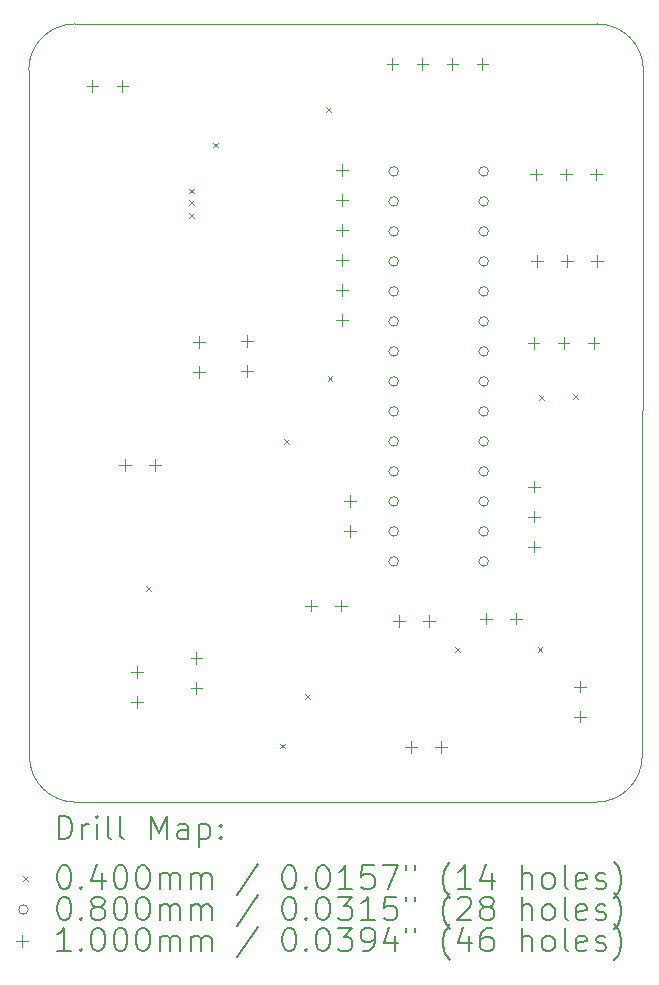
<source format=gbr>
%TF.GenerationSoftware,KiCad,Pcbnew,(6.0.7-1)-1*%
%TF.CreationDate,2023-03-08T09:28:38-05:00*%
%TF.ProjectId,pcb,7063622e-6b69-4636-9164-5f7063625858,rev?*%
%TF.SameCoordinates,Original*%
%TF.FileFunction,Drillmap*%
%TF.FilePolarity,Positive*%
%FSLAX45Y45*%
G04 Gerber Fmt 4.5, Leading zero omitted, Abs format (unit mm)*
G04 Created by KiCad (PCBNEW (6.0.7-1)-1) date 2023-03-08 09:28:38*
%MOMM*%
%LPD*%
G01*
G04 APERTURE LIST*
%ADD10C,0.100000*%
%ADD11C,0.200000*%
%ADD12C,0.040000*%
%ADD13C,0.080000*%
G04 APERTURE END LIST*
D10*
X10890000Y-7505770D02*
G75*
G03*
X10500000Y-7895772I0J-390000D01*
G01*
X10505772Y-13704228D02*
G75*
G03*
X10895772Y-14094228I389998J-2D01*
G01*
X15704228Y-7895772D02*
X15694228Y-13704228D01*
X10505772Y-13704228D02*
X10500000Y-7895772D01*
X10890000Y-7505772D02*
X15314228Y-7505772D01*
X15704228Y-7895772D02*
G75*
G03*
X15314228Y-7505772I-389998J2D01*
G01*
X15304228Y-14094228D02*
X10895772Y-14094228D01*
X15304228Y-14094228D02*
G75*
G03*
X15694228Y-13704228I2J389998D01*
G01*
D11*
D12*
X11493500Y-12266500D02*
X11533500Y-12306500D01*
X11533500Y-12266500D02*
X11493500Y-12306500D01*
X11860000Y-8900000D02*
X11900000Y-8940000D01*
X11900000Y-8900000D02*
X11860000Y-8940000D01*
X11860000Y-9000000D02*
X11900000Y-9040000D01*
X11900000Y-9000000D02*
X11860000Y-9040000D01*
X11860000Y-9110000D02*
X11900000Y-9150000D01*
X11900000Y-9110000D02*
X11860000Y-9150000D01*
X12060000Y-8510000D02*
X12100000Y-8550000D01*
X12100000Y-8510000D02*
X12060000Y-8550000D01*
X12627500Y-13600000D02*
X12667500Y-13640000D01*
X12667500Y-13600000D02*
X12627500Y-13640000D01*
X12660000Y-11020000D02*
X12700000Y-11060000D01*
X12700000Y-11020000D02*
X12660000Y-11060000D01*
X12837500Y-13180000D02*
X12877500Y-13220000D01*
X12877500Y-13180000D02*
X12837500Y-13220000D01*
X13020000Y-8210000D02*
X13060000Y-8250000D01*
X13060000Y-8210000D02*
X13020000Y-8250000D01*
X13030000Y-10490000D02*
X13070000Y-10530000D01*
X13070000Y-10490000D02*
X13030000Y-10530000D01*
X14110000Y-12780000D02*
X14150000Y-12820000D01*
X14150000Y-12780000D02*
X14110000Y-12820000D01*
X14810000Y-12780000D02*
X14850000Y-12820000D01*
X14850000Y-12780000D02*
X14810000Y-12820000D01*
X14820000Y-10650000D02*
X14860000Y-10690000D01*
X14860000Y-10650000D02*
X14820000Y-10690000D01*
X15110000Y-10640000D02*
X15150000Y-10680000D01*
X15150000Y-10640000D02*
X15110000Y-10680000D01*
D13*
X13630000Y-8754000D02*
G75*
G03*
X13630000Y-8754000I-40000J0D01*
G01*
X13630000Y-9008000D02*
G75*
G03*
X13630000Y-9008000I-40000J0D01*
G01*
X13630000Y-9262000D02*
G75*
G03*
X13630000Y-9262000I-40000J0D01*
G01*
X13630000Y-9516000D02*
G75*
G03*
X13630000Y-9516000I-40000J0D01*
G01*
X13630000Y-9770000D02*
G75*
G03*
X13630000Y-9770000I-40000J0D01*
G01*
X13630000Y-10024000D02*
G75*
G03*
X13630000Y-10024000I-40000J0D01*
G01*
X13630000Y-10278000D02*
G75*
G03*
X13630000Y-10278000I-40000J0D01*
G01*
X13630000Y-10532000D02*
G75*
G03*
X13630000Y-10532000I-40000J0D01*
G01*
X13630000Y-10786000D02*
G75*
G03*
X13630000Y-10786000I-40000J0D01*
G01*
X13630000Y-11040000D02*
G75*
G03*
X13630000Y-11040000I-40000J0D01*
G01*
X13630000Y-11294000D02*
G75*
G03*
X13630000Y-11294000I-40000J0D01*
G01*
X13630000Y-11548000D02*
G75*
G03*
X13630000Y-11548000I-40000J0D01*
G01*
X13630000Y-11802000D02*
G75*
G03*
X13630000Y-11802000I-40000J0D01*
G01*
X13630000Y-12056000D02*
G75*
G03*
X13630000Y-12056000I-40000J0D01*
G01*
X14392000Y-8754000D02*
G75*
G03*
X14392000Y-8754000I-40000J0D01*
G01*
X14392000Y-9008000D02*
G75*
G03*
X14392000Y-9008000I-40000J0D01*
G01*
X14392000Y-9262000D02*
G75*
G03*
X14392000Y-9262000I-40000J0D01*
G01*
X14392000Y-9516000D02*
G75*
G03*
X14392000Y-9516000I-40000J0D01*
G01*
X14392000Y-9770000D02*
G75*
G03*
X14392000Y-9770000I-40000J0D01*
G01*
X14392000Y-10024000D02*
G75*
G03*
X14392000Y-10024000I-40000J0D01*
G01*
X14392000Y-10278000D02*
G75*
G03*
X14392000Y-10278000I-40000J0D01*
G01*
X14392000Y-10532000D02*
G75*
G03*
X14392000Y-10532000I-40000J0D01*
G01*
X14392000Y-10786000D02*
G75*
G03*
X14392000Y-10786000I-40000J0D01*
G01*
X14392000Y-11040000D02*
G75*
G03*
X14392000Y-11040000I-40000J0D01*
G01*
X14392000Y-11294000D02*
G75*
G03*
X14392000Y-11294000I-40000J0D01*
G01*
X14392000Y-11548000D02*
G75*
G03*
X14392000Y-11548000I-40000J0D01*
G01*
X14392000Y-11802000D02*
G75*
G03*
X14392000Y-11802000I-40000J0D01*
G01*
X14392000Y-12056000D02*
G75*
G03*
X14392000Y-12056000I-40000J0D01*
G01*
D10*
X11040000Y-7980000D02*
X11040000Y-8080000D01*
X10990000Y-8030000D02*
X11090000Y-8030000D01*
X11294000Y-7980000D02*
X11294000Y-8080000D01*
X11244000Y-8030000D02*
X11344000Y-8030000D01*
X11312500Y-11190000D02*
X11312500Y-11290000D01*
X11262500Y-11240000D02*
X11362500Y-11240000D01*
X11420000Y-12942500D02*
X11420000Y-13042500D01*
X11370000Y-12992500D02*
X11470000Y-12992500D01*
X11420000Y-13196500D02*
X11420000Y-13296500D01*
X11370000Y-13246500D02*
X11470000Y-13246500D01*
X11566500Y-11190000D02*
X11566500Y-11290000D01*
X11516500Y-11240000D02*
X11616500Y-11240000D01*
X11920000Y-12822500D02*
X11920000Y-12922500D01*
X11870000Y-12872500D02*
X11970000Y-12872500D01*
X11920000Y-13076500D02*
X11920000Y-13176500D01*
X11870000Y-13126500D02*
X11970000Y-13126500D01*
X11940000Y-10150000D02*
X11940000Y-10250000D01*
X11890000Y-10200000D02*
X11990000Y-10200000D01*
X11940000Y-10404000D02*
X11940000Y-10504000D01*
X11890000Y-10454000D02*
X11990000Y-10454000D01*
X12350000Y-10140000D02*
X12350000Y-10240000D01*
X12300000Y-10190000D02*
X12400000Y-10190000D01*
X12350000Y-10394000D02*
X12350000Y-10494000D01*
X12300000Y-10444000D02*
X12400000Y-10444000D01*
X12890000Y-12380000D02*
X12890000Y-12480000D01*
X12840000Y-12430000D02*
X12940000Y-12430000D01*
X13144000Y-12380000D02*
X13144000Y-12480000D01*
X13094000Y-12430000D02*
X13194000Y-12430000D01*
X13150000Y-8695000D02*
X13150000Y-8795000D01*
X13100000Y-8745000D02*
X13200000Y-8745000D01*
X13150000Y-8949000D02*
X13150000Y-9049000D01*
X13100000Y-8999000D02*
X13200000Y-8999000D01*
X13150000Y-9203000D02*
X13150000Y-9303000D01*
X13100000Y-9253000D02*
X13200000Y-9253000D01*
X13150000Y-9457000D02*
X13150000Y-9557000D01*
X13100000Y-9507000D02*
X13200000Y-9507000D01*
X13150000Y-9711000D02*
X13150000Y-9811000D01*
X13100000Y-9761000D02*
X13200000Y-9761000D01*
X13150000Y-9965000D02*
X13150000Y-10065000D01*
X13100000Y-10015000D02*
X13200000Y-10015000D01*
X13220000Y-11496000D02*
X13220000Y-11596000D01*
X13170000Y-11546000D02*
X13270000Y-11546000D01*
X13220000Y-11750000D02*
X13220000Y-11850000D01*
X13170000Y-11800000D02*
X13270000Y-11800000D01*
X13580000Y-7797500D02*
X13580000Y-7897500D01*
X13530000Y-7847500D02*
X13630000Y-7847500D01*
X13633500Y-12510000D02*
X13633500Y-12610000D01*
X13583500Y-12560000D02*
X13683500Y-12560000D01*
X13740000Y-13580000D02*
X13740000Y-13680000D01*
X13690000Y-13630000D02*
X13790000Y-13630000D01*
X13834000Y-7797500D02*
X13834000Y-7897500D01*
X13784000Y-7847500D02*
X13884000Y-7847500D01*
X13887500Y-12510000D02*
X13887500Y-12610000D01*
X13837500Y-12560000D02*
X13937500Y-12560000D01*
X13994000Y-13580000D02*
X13994000Y-13680000D01*
X13944000Y-13630000D02*
X14044000Y-13630000D01*
X14088000Y-7797500D02*
X14088000Y-7897500D01*
X14038000Y-7847500D02*
X14138000Y-7847500D01*
X14342000Y-7797500D02*
X14342000Y-7897500D01*
X14292000Y-7847500D02*
X14392000Y-7847500D01*
X14373500Y-12490000D02*
X14373500Y-12590000D01*
X14323500Y-12540000D02*
X14423500Y-12540000D01*
X14627500Y-12490000D02*
X14627500Y-12590000D01*
X14577500Y-12540000D02*
X14677500Y-12540000D01*
X14774500Y-10160000D02*
X14774500Y-10260000D01*
X14724500Y-10210000D02*
X14824500Y-10210000D01*
X14780000Y-11372000D02*
X14780000Y-11472000D01*
X14730000Y-11422000D02*
X14830000Y-11422000D01*
X14780000Y-11626000D02*
X14780000Y-11726000D01*
X14730000Y-11676000D02*
X14830000Y-11676000D01*
X14780000Y-11880000D02*
X14780000Y-11980000D01*
X14730000Y-11930000D02*
X14830000Y-11930000D01*
X14792000Y-8730000D02*
X14792000Y-8830000D01*
X14742000Y-8780000D02*
X14842000Y-8780000D01*
X14804500Y-9460000D02*
X14804500Y-9560000D01*
X14754500Y-9510000D02*
X14854500Y-9510000D01*
X15028500Y-10160000D02*
X15028500Y-10260000D01*
X14978500Y-10210000D02*
X15078500Y-10210000D01*
X15046000Y-8730000D02*
X15046000Y-8830000D01*
X14996000Y-8780000D02*
X15096000Y-8780000D01*
X15058500Y-9460000D02*
X15058500Y-9560000D01*
X15008500Y-9510000D02*
X15108500Y-9510000D01*
X15170000Y-13066000D02*
X15170000Y-13166000D01*
X15120000Y-13116000D02*
X15220000Y-13116000D01*
X15170000Y-13320000D02*
X15170000Y-13420000D01*
X15120000Y-13370000D02*
X15220000Y-13370000D01*
X15282500Y-10160000D02*
X15282500Y-10260000D01*
X15232500Y-10210000D02*
X15332500Y-10210000D01*
X15300000Y-8730000D02*
X15300000Y-8830000D01*
X15250000Y-8780000D02*
X15350000Y-8780000D01*
X15312500Y-9460000D02*
X15312500Y-9560000D01*
X15262500Y-9510000D02*
X15362500Y-9510000D01*
D11*
X10752619Y-14409704D02*
X10752619Y-14209704D01*
X10800238Y-14209704D01*
X10828810Y-14219228D01*
X10847857Y-14238276D01*
X10857381Y-14257324D01*
X10866905Y-14295419D01*
X10866905Y-14323990D01*
X10857381Y-14362085D01*
X10847857Y-14381133D01*
X10828810Y-14400181D01*
X10800238Y-14409704D01*
X10752619Y-14409704D01*
X10952619Y-14409704D02*
X10952619Y-14276371D01*
X10952619Y-14314466D02*
X10962143Y-14295419D01*
X10971667Y-14285895D01*
X10990714Y-14276371D01*
X11009762Y-14276371D01*
X11076429Y-14409704D02*
X11076429Y-14276371D01*
X11076429Y-14209704D02*
X11066905Y-14219228D01*
X11076429Y-14228752D01*
X11085952Y-14219228D01*
X11076429Y-14209704D01*
X11076429Y-14228752D01*
X11200238Y-14409704D02*
X11181190Y-14400181D01*
X11171667Y-14381133D01*
X11171667Y-14209704D01*
X11305000Y-14409704D02*
X11285952Y-14400181D01*
X11276428Y-14381133D01*
X11276428Y-14209704D01*
X11533571Y-14409704D02*
X11533571Y-14209704D01*
X11600238Y-14352562D01*
X11666905Y-14209704D01*
X11666905Y-14409704D01*
X11847857Y-14409704D02*
X11847857Y-14304943D01*
X11838333Y-14285895D01*
X11819286Y-14276371D01*
X11781190Y-14276371D01*
X11762143Y-14285895D01*
X11847857Y-14400181D02*
X11828809Y-14409704D01*
X11781190Y-14409704D01*
X11762143Y-14400181D01*
X11752619Y-14381133D01*
X11752619Y-14362085D01*
X11762143Y-14343038D01*
X11781190Y-14333514D01*
X11828809Y-14333514D01*
X11847857Y-14323990D01*
X11943095Y-14276371D02*
X11943095Y-14476371D01*
X11943095Y-14285895D02*
X11962143Y-14276371D01*
X12000238Y-14276371D01*
X12019286Y-14285895D01*
X12028809Y-14295419D01*
X12038333Y-14314466D01*
X12038333Y-14371609D01*
X12028809Y-14390657D01*
X12019286Y-14400181D01*
X12000238Y-14409704D01*
X11962143Y-14409704D01*
X11943095Y-14400181D01*
X12124048Y-14390657D02*
X12133571Y-14400181D01*
X12124048Y-14409704D01*
X12114524Y-14400181D01*
X12124048Y-14390657D01*
X12124048Y-14409704D01*
X12124048Y-14285895D02*
X12133571Y-14295419D01*
X12124048Y-14304943D01*
X12114524Y-14295419D01*
X12124048Y-14285895D01*
X12124048Y-14304943D01*
D12*
X10455000Y-14719228D02*
X10495000Y-14759228D01*
X10495000Y-14719228D02*
X10455000Y-14759228D01*
D11*
X10790714Y-14629704D02*
X10809762Y-14629704D01*
X10828810Y-14639228D01*
X10838333Y-14648752D01*
X10847857Y-14667800D01*
X10857381Y-14705895D01*
X10857381Y-14753514D01*
X10847857Y-14791609D01*
X10838333Y-14810657D01*
X10828810Y-14820181D01*
X10809762Y-14829704D01*
X10790714Y-14829704D01*
X10771667Y-14820181D01*
X10762143Y-14810657D01*
X10752619Y-14791609D01*
X10743095Y-14753514D01*
X10743095Y-14705895D01*
X10752619Y-14667800D01*
X10762143Y-14648752D01*
X10771667Y-14639228D01*
X10790714Y-14629704D01*
X10943095Y-14810657D02*
X10952619Y-14820181D01*
X10943095Y-14829704D01*
X10933571Y-14820181D01*
X10943095Y-14810657D01*
X10943095Y-14829704D01*
X11124048Y-14696371D02*
X11124048Y-14829704D01*
X11076429Y-14620181D02*
X11028810Y-14763038D01*
X11152619Y-14763038D01*
X11266905Y-14629704D02*
X11285952Y-14629704D01*
X11305000Y-14639228D01*
X11314524Y-14648752D01*
X11324048Y-14667800D01*
X11333571Y-14705895D01*
X11333571Y-14753514D01*
X11324048Y-14791609D01*
X11314524Y-14810657D01*
X11305000Y-14820181D01*
X11285952Y-14829704D01*
X11266905Y-14829704D01*
X11247857Y-14820181D01*
X11238333Y-14810657D01*
X11228809Y-14791609D01*
X11219286Y-14753514D01*
X11219286Y-14705895D01*
X11228809Y-14667800D01*
X11238333Y-14648752D01*
X11247857Y-14639228D01*
X11266905Y-14629704D01*
X11457381Y-14629704D02*
X11476428Y-14629704D01*
X11495476Y-14639228D01*
X11505000Y-14648752D01*
X11514524Y-14667800D01*
X11524048Y-14705895D01*
X11524048Y-14753514D01*
X11514524Y-14791609D01*
X11505000Y-14810657D01*
X11495476Y-14820181D01*
X11476428Y-14829704D01*
X11457381Y-14829704D01*
X11438333Y-14820181D01*
X11428809Y-14810657D01*
X11419286Y-14791609D01*
X11409762Y-14753514D01*
X11409762Y-14705895D01*
X11419286Y-14667800D01*
X11428809Y-14648752D01*
X11438333Y-14639228D01*
X11457381Y-14629704D01*
X11609762Y-14829704D02*
X11609762Y-14696371D01*
X11609762Y-14715419D02*
X11619286Y-14705895D01*
X11638333Y-14696371D01*
X11666905Y-14696371D01*
X11685952Y-14705895D01*
X11695476Y-14724943D01*
X11695476Y-14829704D01*
X11695476Y-14724943D02*
X11705000Y-14705895D01*
X11724048Y-14696371D01*
X11752619Y-14696371D01*
X11771667Y-14705895D01*
X11781190Y-14724943D01*
X11781190Y-14829704D01*
X11876428Y-14829704D02*
X11876428Y-14696371D01*
X11876428Y-14715419D02*
X11885952Y-14705895D01*
X11905000Y-14696371D01*
X11933571Y-14696371D01*
X11952619Y-14705895D01*
X11962143Y-14724943D01*
X11962143Y-14829704D01*
X11962143Y-14724943D02*
X11971667Y-14705895D01*
X11990714Y-14696371D01*
X12019286Y-14696371D01*
X12038333Y-14705895D01*
X12047857Y-14724943D01*
X12047857Y-14829704D01*
X12438333Y-14620181D02*
X12266905Y-14877324D01*
X12695476Y-14629704D02*
X12714524Y-14629704D01*
X12733571Y-14639228D01*
X12743095Y-14648752D01*
X12752619Y-14667800D01*
X12762143Y-14705895D01*
X12762143Y-14753514D01*
X12752619Y-14791609D01*
X12743095Y-14810657D01*
X12733571Y-14820181D01*
X12714524Y-14829704D01*
X12695476Y-14829704D01*
X12676428Y-14820181D01*
X12666905Y-14810657D01*
X12657381Y-14791609D01*
X12647857Y-14753514D01*
X12647857Y-14705895D01*
X12657381Y-14667800D01*
X12666905Y-14648752D01*
X12676428Y-14639228D01*
X12695476Y-14629704D01*
X12847857Y-14810657D02*
X12857381Y-14820181D01*
X12847857Y-14829704D01*
X12838333Y-14820181D01*
X12847857Y-14810657D01*
X12847857Y-14829704D01*
X12981190Y-14629704D02*
X13000238Y-14629704D01*
X13019286Y-14639228D01*
X13028809Y-14648752D01*
X13038333Y-14667800D01*
X13047857Y-14705895D01*
X13047857Y-14753514D01*
X13038333Y-14791609D01*
X13028809Y-14810657D01*
X13019286Y-14820181D01*
X13000238Y-14829704D01*
X12981190Y-14829704D01*
X12962143Y-14820181D01*
X12952619Y-14810657D01*
X12943095Y-14791609D01*
X12933571Y-14753514D01*
X12933571Y-14705895D01*
X12943095Y-14667800D01*
X12952619Y-14648752D01*
X12962143Y-14639228D01*
X12981190Y-14629704D01*
X13238333Y-14829704D02*
X13124048Y-14829704D01*
X13181190Y-14829704D02*
X13181190Y-14629704D01*
X13162143Y-14658276D01*
X13143095Y-14677324D01*
X13124048Y-14686847D01*
X13419286Y-14629704D02*
X13324048Y-14629704D01*
X13314524Y-14724943D01*
X13324048Y-14715419D01*
X13343095Y-14705895D01*
X13390714Y-14705895D01*
X13409762Y-14715419D01*
X13419286Y-14724943D01*
X13428809Y-14743990D01*
X13428809Y-14791609D01*
X13419286Y-14810657D01*
X13409762Y-14820181D01*
X13390714Y-14829704D01*
X13343095Y-14829704D01*
X13324048Y-14820181D01*
X13314524Y-14810657D01*
X13495476Y-14629704D02*
X13628809Y-14629704D01*
X13543095Y-14829704D01*
X13695476Y-14629704D02*
X13695476Y-14667800D01*
X13771667Y-14629704D02*
X13771667Y-14667800D01*
X14066905Y-14905895D02*
X14057381Y-14896371D01*
X14038333Y-14867800D01*
X14028809Y-14848752D01*
X14019286Y-14820181D01*
X14009762Y-14772562D01*
X14009762Y-14734466D01*
X14019286Y-14686847D01*
X14028809Y-14658276D01*
X14038333Y-14639228D01*
X14057381Y-14610657D01*
X14066905Y-14601133D01*
X14247857Y-14829704D02*
X14133571Y-14829704D01*
X14190714Y-14829704D02*
X14190714Y-14629704D01*
X14171667Y-14658276D01*
X14152619Y-14677324D01*
X14133571Y-14686847D01*
X14419286Y-14696371D02*
X14419286Y-14829704D01*
X14371667Y-14620181D02*
X14324048Y-14763038D01*
X14447857Y-14763038D01*
X14676428Y-14829704D02*
X14676428Y-14629704D01*
X14762143Y-14829704D02*
X14762143Y-14724943D01*
X14752619Y-14705895D01*
X14733571Y-14696371D01*
X14705000Y-14696371D01*
X14685952Y-14705895D01*
X14676428Y-14715419D01*
X14885952Y-14829704D02*
X14866905Y-14820181D01*
X14857381Y-14810657D01*
X14847857Y-14791609D01*
X14847857Y-14734466D01*
X14857381Y-14715419D01*
X14866905Y-14705895D01*
X14885952Y-14696371D01*
X14914524Y-14696371D01*
X14933571Y-14705895D01*
X14943095Y-14715419D01*
X14952619Y-14734466D01*
X14952619Y-14791609D01*
X14943095Y-14810657D01*
X14933571Y-14820181D01*
X14914524Y-14829704D01*
X14885952Y-14829704D01*
X15066905Y-14829704D02*
X15047857Y-14820181D01*
X15038333Y-14801133D01*
X15038333Y-14629704D01*
X15219286Y-14820181D02*
X15200238Y-14829704D01*
X15162143Y-14829704D01*
X15143095Y-14820181D01*
X15133571Y-14801133D01*
X15133571Y-14724943D01*
X15143095Y-14705895D01*
X15162143Y-14696371D01*
X15200238Y-14696371D01*
X15219286Y-14705895D01*
X15228809Y-14724943D01*
X15228809Y-14743990D01*
X15133571Y-14763038D01*
X15305000Y-14820181D02*
X15324048Y-14829704D01*
X15362143Y-14829704D01*
X15381190Y-14820181D01*
X15390714Y-14801133D01*
X15390714Y-14791609D01*
X15381190Y-14772562D01*
X15362143Y-14763038D01*
X15333571Y-14763038D01*
X15314524Y-14753514D01*
X15305000Y-14734466D01*
X15305000Y-14724943D01*
X15314524Y-14705895D01*
X15333571Y-14696371D01*
X15362143Y-14696371D01*
X15381190Y-14705895D01*
X15457381Y-14905895D02*
X15466905Y-14896371D01*
X15485952Y-14867800D01*
X15495476Y-14848752D01*
X15505000Y-14820181D01*
X15514524Y-14772562D01*
X15514524Y-14734466D01*
X15505000Y-14686847D01*
X15495476Y-14658276D01*
X15485952Y-14639228D01*
X15466905Y-14610657D01*
X15457381Y-14601133D01*
D13*
X10495000Y-15003228D02*
G75*
G03*
X10495000Y-15003228I-40000J0D01*
G01*
D11*
X10790714Y-14893704D02*
X10809762Y-14893704D01*
X10828810Y-14903228D01*
X10838333Y-14912752D01*
X10847857Y-14931800D01*
X10857381Y-14969895D01*
X10857381Y-15017514D01*
X10847857Y-15055609D01*
X10838333Y-15074657D01*
X10828810Y-15084181D01*
X10809762Y-15093704D01*
X10790714Y-15093704D01*
X10771667Y-15084181D01*
X10762143Y-15074657D01*
X10752619Y-15055609D01*
X10743095Y-15017514D01*
X10743095Y-14969895D01*
X10752619Y-14931800D01*
X10762143Y-14912752D01*
X10771667Y-14903228D01*
X10790714Y-14893704D01*
X10943095Y-15074657D02*
X10952619Y-15084181D01*
X10943095Y-15093704D01*
X10933571Y-15084181D01*
X10943095Y-15074657D01*
X10943095Y-15093704D01*
X11066905Y-14979419D02*
X11047857Y-14969895D01*
X11038333Y-14960371D01*
X11028810Y-14941324D01*
X11028810Y-14931800D01*
X11038333Y-14912752D01*
X11047857Y-14903228D01*
X11066905Y-14893704D01*
X11105000Y-14893704D01*
X11124048Y-14903228D01*
X11133571Y-14912752D01*
X11143095Y-14931800D01*
X11143095Y-14941324D01*
X11133571Y-14960371D01*
X11124048Y-14969895D01*
X11105000Y-14979419D01*
X11066905Y-14979419D01*
X11047857Y-14988943D01*
X11038333Y-14998466D01*
X11028810Y-15017514D01*
X11028810Y-15055609D01*
X11038333Y-15074657D01*
X11047857Y-15084181D01*
X11066905Y-15093704D01*
X11105000Y-15093704D01*
X11124048Y-15084181D01*
X11133571Y-15074657D01*
X11143095Y-15055609D01*
X11143095Y-15017514D01*
X11133571Y-14998466D01*
X11124048Y-14988943D01*
X11105000Y-14979419D01*
X11266905Y-14893704D02*
X11285952Y-14893704D01*
X11305000Y-14903228D01*
X11314524Y-14912752D01*
X11324048Y-14931800D01*
X11333571Y-14969895D01*
X11333571Y-15017514D01*
X11324048Y-15055609D01*
X11314524Y-15074657D01*
X11305000Y-15084181D01*
X11285952Y-15093704D01*
X11266905Y-15093704D01*
X11247857Y-15084181D01*
X11238333Y-15074657D01*
X11228809Y-15055609D01*
X11219286Y-15017514D01*
X11219286Y-14969895D01*
X11228809Y-14931800D01*
X11238333Y-14912752D01*
X11247857Y-14903228D01*
X11266905Y-14893704D01*
X11457381Y-14893704D02*
X11476428Y-14893704D01*
X11495476Y-14903228D01*
X11505000Y-14912752D01*
X11514524Y-14931800D01*
X11524048Y-14969895D01*
X11524048Y-15017514D01*
X11514524Y-15055609D01*
X11505000Y-15074657D01*
X11495476Y-15084181D01*
X11476428Y-15093704D01*
X11457381Y-15093704D01*
X11438333Y-15084181D01*
X11428809Y-15074657D01*
X11419286Y-15055609D01*
X11409762Y-15017514D01*
X11409762Y-14969895D01*
X11419286Y-14931800D01*
X11428809Y-14912752D01*
X11438333Y-14903228D01*
X11457381Y-14893704D01*
X11609762Y-15093704D02*
X11609762Y-14960371D01*
X11609762Y-14979419D02*
X11619286Y-14969895D01*
X11638333Y-14960371D01*
X11666905Y-14960371D01*
X11685952Y-14969895D01*
X11695476Y-14988943D01*
X11695476Y-15093704D01*
X11695476Y-14988943D02*
X11705000Y-14969895D01*
X11724048Y-14960371D01*
X11752619Y-14960371D01*
X11771667Y-14969895D01*
X11781190Y-14988943D01*
X11781190Y-15093704D01*
X11876428Y-15093704D02*
X11876428Y-14960371D01*
X11876428Y-14979419D02*
X11885952Y-14969895D01*
X11905000Y-14960371D01*
X11933571Y-14960371D01*
X11952619Y-14969895D01*
X11962143Y-14988943D01*
X11962143Y-15093704D01*
X11962143Y-14988943D02*
X11971667Y-14969895D01*
X11990714Y-14960371D01*
X12019286Y-14960371D01*
X12038333Y-14969895D01*
X12047857Y-14988943D01*
X12047857Y-15093704D01*
X12438333Y-14884181D02*
X12266905Y-15141324D01*
X12695476Y-14893704D02*
X12714524Y-14893704D01*
X12733571Y-14903228D01*
X12743095Y-14912752D01*
X12752619Y-14931800D01*
X12762143Y-14969895D01*
X12762143Y-15017514D01*
X12752619Y-15055609D01*
X12743095Y-15074657D01*
X12733571Y-15084181D01*
X12714524Y-15093704D01*
X12695476Y-15093704D01*
X12676428Y-15084181D01*
X12666905Y-15074657D01*
X12657381Y-15055609D01*
X12647857Y-15017514D01*
X12647857Y-14969895D01*
X12657381Y-14931800D01*
X12666905Y-14912752D01*
X12676428Y-14903228D01*
X12695476Y-14893704D01*
X12847857Y-15074657D02*
X12857381Y-15084181D01*
X12847857Y-15093704D01*
X12838333Y-15084181D01*
X12847857Y-15074657D01*
X12847857Y-15093704D01*
X12981190Y-14893704D02*
X13000238Y-14893704D01*
X13019286Y-14903228D01*
X13028809Y-14912752D01*
X13038333Y-14931800D01*
X13047857Y-14969895D01*
X13047857Y-15017514D01*
X13038333Y-15055609D01*
X13028809Y-15074657D01*
X13019286Y-15084181D01*
X13000238Y-15093704D01*
X12981190Y-15093704D01*
X12962143Y-15084181D01*
X12952619Y-15074657D01*
X12943095Y-15055609D01*
X12933571Y-15017514D01*
X12933571Y-14969895D01*
X12943095Y-14931800D01*
X12952619Y-14912752D01*
X12962143Y-14903228D01*
X12981190Y-14893704D01*
X13114524Y-14893704D02*
X13238333Y-14893704D01*
X13171667Y-14969895D01*
X13200238Y-14969895D01*
X13219286Y-14979419D01*
X13228809Y-14988943D01*
X13238333Y-15007990D01*
X13238333Y-15055609D01*
X13228809Y-15074657D01*
X13219286Y-15084181D01*
X13200238Y-15093704D01*
X13143095Y-15093704D01*
X13124048Y-15084181D01*
X13114524Y-15074657D01*
X13428809Y-15093704D02*
X13314524Y-15093704D01*
X13371667Y-15093704D02*
X13371667Y-14893704D01*
X13352619Y-14922276D01*
X13333571Y-14941324D01*
X13314524Y-14950847D01*
X13609762Y-14893704D02*
X13514524Y-14893704D01*
X13505000Y-14988943D01*
X13514524Y-14979419D01*
X13533571Y-14969895D01*
X13581190Y-14969895D01*
X13600238Y-14979419D01*
X13609762Y-14988943D01*
X13619286Y-15007990D01*
X13619286Y-15055609D01*
X13609762Y-15074657D01*
X13600238Y-15084181D01*
X13581190Y-15093704D01*
X13533571Y-15093704D01*
X13514524Y-15084181D01*
X13505000Y-15074657D01*
X13695476Y-14893704D02*
X13695476Y-14931800D01*
X13771667Y-14893704D02*
X13771667Y-14931800D01*
X14066905Y-15169895D02*
X14057381Y-15160371D01*
X14038333Y-15131800D01*
X14028809Y-15112752D01*
X14019286Y-15084181D01*
X14009762Y-15036562D01*
X14009762Y-14998466D01*
X14019286Y-14950847D01*
X14028809Y-14922276D01*
X14038333Y-14903228D01*
X14057381Y-14874657D01*
X14066905Y-14865133D01*
X14133571Y-14912752D02*
X14143095Y-14903228D01*
X14162143Y-14893704D01*
X14209762Y-14893704D01*
X14228809Y-14903228D01*
X14238333Y-14912752D01*
X14247857Y-14931800D01*
X14247857Y-14950847D01*
X14238333Y-14979419D01*
X14124048Y-15093704D01*
X14247857Y-15093704D01*
X14362143Y-14979419D02*
X14343095Y-14969895D01*
X14333571Y-14960371D01*
X14324048Y-14941324D01*
X14324048Y-14931800D01*
X14333571Y-14912752D01*
X14343095Y-14903228D01*
X14362143Y-14893704D01*
X14400238Y-14893704D01*
X14419286Y-14903228D01*
X14428809Y-14912752D01*
X14438333Y-14931800D01*
X14438333Y-14941324D01*
X14428809Y-14960371D01*
X14419286Y-14969895D01*
X14400238Y-14979419D01*
X14362143Y-14979419D01*
X14343095Y-14988943D01*
X14333571Y-14998466D01*
X14324048Y-15017514D01*
X14324048Y-15055609D01*
X14333571Y-15074657D01*
X14343095Y-15084181D01*
X14362143Y-15093704D01*
X14400238Y-15093704D01*
X14419286Y-15084181D01*
X14428809Y-15074657D01*
X14438333Y-15055609D01*
X14438333Y-15017514D01*
X14428809Y-14998466D01*
X14419286Y-14988943D01*
X14400238Y-14979419D01*
X14676428Y-15093704D02*
X14676428Y-14893704D01*
X14762143Y-15093704D02*
X14762143Y-14988943D01*
X14752619Y-14969895D01*
X14733571Y-14960371D01*
X14705000Y-14960371D01*
X14685952Y-14969895D01*
X14676428Y-14979419D01*
X14885952Y-15093704D02*
X14866905Y-15084181D01*
X14857381Y-15074657D01*
X14847857Y-15055609D01*
X14847857Y-14998466D01*
X14857381Y-14979419D01*
X14866905Y-14969895D01*
X14885952Y-14960371D01*
X14914524Y-14960371D01*
X14933571Y-14969895D01*
X14943095Y-14979419D01*
X14952619Y-14998466D01*
X14952619Y-15055609D01*
X14943095Y-15074657D01*
X14933571Y-15084181D01*
X14914524Y-15093704D01*
X14885952Y-15093704D01*
X15066905Y-15093704D02*
X15047857Y-15084181D01*
X15038333Y-15065133D01*
X15038333Y-14893704D01*
X15219286Y-15084181D02*
X15200238Y-15093704D01*
X15162143Y-15093704D01*
X15143095Y-15084181D01*
X15133571Y-15065133D01*
X15133571Y-14988943D01*
X15143095Y-14969895D01*
X15162143Y-14960371D01*
X15200238Y-14960371D01*
X15219286Y-14969895D01*
X15228809Y-14988943D01*
X15228809Y-15007990D01*
X15133571Y-15027038D01*
X15305000Y-15084181D02*
X15324048Y-15093704D01*
X15362143Y-15093704D01*
X15381190Y-15084181D01*
X15390714Y-15065133D01*
X15390714Y-15055609D01*
X15381190Y-15036562D01*
X15362143Y-15027038D01*
X15333571Y-15027038D01*
X15314524Y-15017514D01*
X15305000Y-14998466D01*
X15305000Y-14988943D01*
X15314524Y-14969895D01*
X15333571Y-14960371D01*
X15362143Y-14960371D01*
X15381190Y-14969895D01*
X15457381Y-15169895D02*
X15466905Y-15160371D01*
X15485952Y-15131800D01*
X15495476Y-15112752D01*
X15505000Y-15084181D01*
X15514524Y-15036562D01*
X15514524Y-14998466D01*
X15505000Y-14950847D01*
X15495476Y-14922276D01*
X15485952Y-14903228D01*
X15466905Y-14874657D01*
X15457381Y-14865133D01*
D10*
X10445000Y-15217228D02*
X10445000Y-15317228D01*
X10395000Y-15267228D02*
X10495000Y-15267228D01*
D11*
X10857381Y-15357704D02*
X10743095Y-15357704D01*
X10800238Y-15357704D02*
X10800238Y-15157704D01*
X10781190Y-15186276D01*
X10762143Y-15205324D01*
X10743095Y-15214847D01*
X10943095Y-15338657D02*
X10952619Y-15348181D01*
X10943095Y-15357704D01*
X10933571Y-15348181D01*
X10943095Y-15338657D01*
X10943095Y-15357704D01*
X11076429Y-15157704D02*
X11095476Y-15157704D01*
X11114524Y-15167228D01*
X11124048Y-15176752D01*
X11133571Y-15195800D01*
X11143095Y-15233895D01*
X11143095Y-15281514D01*
X11133571Y-15319609D01*
X11124048Y-15338657D01*
X11114524Y-15348181D01*
X11095476Y-15357704D01*
X11076429Y-15357704D01*
X11057381Y-15348181D01*
X11047857Y-15338657D01*
X11038333Y-15319609D01*
X11028810Y-15281514D01*
X11028810Y-15233895D01*
X11038333Y-15195800D01*
X11047857Y-15176752D01*
X11057381Y-15167228D01*
X11076429Y-15157704D01*
X11266905Y-15157704D02*
X11285952Y-15157704D01*
X11305000Y-15167228D01*
X11314524Y-15176752D01*
X11324048Y-15195800D01*
X11333571Y-15233895D01*
X11333571Y-15281514D01*
X11324048Y-15319609D01*
X11314524Y-15338657D01*
X11305000Y-15348181D01*
X11285952Y-15357704D01*
X11266905Y-15357704D01*
X11247857Y-15348181D01*
X11238333Y-15338657D01*
X11228809Y-15319609D01*
X11219286Y-15281514D01*
X11219286Y-15233895D01*
X11228809Y-15195800D01*
X11238333Y-15176752D01*
X11247857Y-15167228D01*
X11266905Y-15157704D01*
X11457381Y-15157704D02*
X11476428Y-15157704D01*
X11495476Y-15167228D01*
X11505000Y-15176752D01*
X11514524Y-15195800D01*
X11524048Y-15233895D01*
X11524048Y-15281514D01*
X11514524Y-15319609D01*
X11505000Y-15338657D01*
X11495476Y-15348181D01*
X11476428Y-15357704D01*
X11457381Y-15357704D01*
X11438333Y-15348181D01*
X11428809Y-15338657D01*
X11419286Y-15319609D01*
X11409762Y-15281514D01*
X11409762Y-15233895D01*
X11419286Y-15195800D01*
X11428809Y-15176752D01*
X11438333Y-15167228D01*
X11457381Y-15157704D01*
X11609762Y-15357704D02*
X11609762Y-15224371D01*
X11609762Y-15243419D02*
X11619286Y-15233895D01*
X11638333Y-15224371D01*
X11666905Y-15224371D01*
X11685952Y-15233895D01*
X11695476Y-15252943D01*
X11695476Y-15357704D01*
X11695476Y-15252943D02*
X11705000Y-15233895D01*
X11724048Y-15224371D01*
X11752619Y-15224371D01*
X11771667Y-15233895D01*
X11781190Y-15252943D01*
X11781190Y-15357704D01*
X11876428Y-15357704D02*
X11876428Y-15224371D01*
X11876428Y-15243419D02*
X11885952Y-15233895D01*
X11905000Y-15224371D01*
X11933571Y-15224371D01*
X11952619Y-15233895D01*
X11962143Y-15252943D01*
X11962143Y-15357704D01*
X11962143Y-15252943D02*
X11971667Y-15233895D01*
X11990714Y-15224371D01*
X12019286Y-15224371D01*
X12038333Y-15233895D01*
X12047857Y-15252943D01*
X12047857Y-15357704D01*
X12438333Y-15148181D02*
X12266905Y-15405324D01*
X12695476Y-15157704D02*
X12714524Y-15157704D01*
X12733571Y-15167228D01*
X12743095Y-15176752D01*
X12752619Y-15195800D01*
X12762143Y-15233895D01*
X12762143Y-15281514D01*
X12752619Y-15319609D01*
X12743095Y-15338657D01*
X12733571Y-15348181D01*
X12714524Y-15357704D01*
X12695476Y-15357704D01*
X12676428Y-15348181D01*
X12666905Y-15338657D01*
X12657381Y-15319609D01*
X12647857Y-15281514D01*
X12647857Y-15233895D01*
X12657381Y-15195800D01*
X12666905Y-15176752D01*
X12676428Y-15167228D01*
X12695476Y-15157704D01*
X12847857Y-15338657D02*
X12857381Y-15348181D01*
X12847857Y-15357704D01*
X12838333Y-15348181D01*
X12847857Y-15338657D01*
X12847857Y-15357704D01*
X12981190Y-15157704D02*
X13000238Y-15157704D01*
X13019286Y-15167228D01*
X13028809Y-15176752D01*
X13038333Y-15195800D01*
X13047857Y-15233895D01*
X13047857Y-15281514D01*
X13038333Y-15319609D01*
X13028809Y-15338657D01*
X13019286Y-15348181D01*
X13000238Y-15357704D01*
X12981190Y-15357704D01*
X12962143Y-15348181D01*
X12952619Y-15338657D01*
X12943095Y-15319609D01*
X12933571Y-15281514D01*
X12933571Y-15233895D01*
X12943095Y-15195800D01*
X12952619Y-15176752D01*
X12962143Y-15167228D01*
X12981190Y-15157704D01*
X13114524Y-15157704D02*
X13238333Y-15157704D01*
X13171667Y-15233895D01*
X13200238Y-15233895D01*
X13219286Y-15243419D01*
X13228809Y-15252943D01*
X13238333Y-15271990D01*
X13238333Y-15319609D01*
X13228809Y-15338657D01*
X13219286Y-15348181D01*
X13200238Y-15357704D01*
X13143095Y-15357704D01*
X13124048Y-15348181D01*
X13114524Y-15338657D01*
X13333571Y-15357704D02*
X13371667Y-15357704D01*
X13390714Y-15348181D01*
X13400238Y-15338657D01*
X13419286Y-15310085D01*
X13428809Y-15271990D01*
X13428809Y-15195800D01*
X13419286Y-15176752D01*
X13409762Y-15167228D01*
X13390714Y-15157704D01*
X13352619Y-15157704D01*
X13333571Y-15167228D01*
X13324048Y-15176752D01*
X13314524Y-15195800D01*
X13314524Y-15243419D01*
X13324048Y-15262466D01*
X13333571Y-15271990D01*
X13352619Y-15281514D01*
X13390714Y-15281514D01*
X13409762Y-15271990D01*
X13419286Y-15262466D01*
X13428809Y-15243419D01*
X13600238Y-15224371D02*
X13600238Y-15357704D01*
X13552619Y-15148181D02*
X13505000Y-15291038D01*
X13628809Y-15291038D01*
X13695476Y-15157704D02*
X13695476Y-15195800D01*
X13771667Y-15157704D02*
X13771667Y-15195800D01*
X14066905Y-15433895D02*
X14057381Y-15424371D01*
X14038333Y-15395800D01*
X14028809Y-15376752D01*
X14019286Y-15348181D01*
X14009762Y-15300562D01*
X14009762Y-15262466D01*
X14019286Y-15214847D01*
X14028809Y-15186276D01*
X14038333Y-15167228D01*
X14057381Y-15138657D01*
X14066905Y-15129133D01*
X14228809Y-15224371D02*
X14228809Y-15357704D01*
X14181190Y-15148181D02*
X14133571Y-15291038D01*
X14257381Y-15291038D01*
X14419286Y-15157704D02*
X14381190Y-15157704D01*
X14362143Y-15167228D01*
X14352619Y-15176752D01*
X14333571Y-15205324D01*
X14324048Y-15243419D01*
X14324048Y-15319609D01*
X14333571Y-15338657D01*
X14343095Y-15348181D01*
X14362143Y-15357704D01*
X14400238Y-15357704D01*
X14419286Y-15348181D01*
X14428809Y-15338657D01*
X14438333Y-15319609D01*
X14438333Y-15271990D01*
X14428809Y-15252943D01*
X14419286Y-15243419D01*
X14400238Y-15233895D01*
X14362143Y-15233895D01*
X14343095Y-15243419D01*
X14333571Y-15252943D01*
X14324048Y-15271990D01*
X14676428Y-15357704D02*
X14676428Y-15157704D01*
X14762143Y-15357704D02*
X14762143Y-15252943D01*
X14752619Y-15233895D01*
X14733571Y-15224371D01*
X14705000Y-15224371D01*
X14685952Y-15233895D01*
X14676428Y-15243419D01*
X14885952Y-15357704D02*
X14866905Y-15348181D01*
X14857381Y-15338657D01*
X14847857Y-15319609D01*
X14847857Y-15262466D01*
X14857381Y-15243419D01*
X14866905Y-15233895D01*
X14885952Y-15224371D01*
X14914524Y-15224371D01*
X14933571Y-15233895D01*
X14943095Y-15243419D01*
X14952619Y-15262466D01*
X14952619Y-15319609D01*
X14943095Y-15338657D01*
X14933571Y-15348181D01*
X14914524Y-15357704D01*
X14885952Y-15357704D01*
X15066905Y-15357704D02*
X15047857Y-15348181D01*
X15038333Y-15329133D01*
X15038333Y-15157704D01*
X15219286Y-15348181D02*
X15200238Y-15357704D01*
X15162143Y-15357704D01*
X15143095Y-15348181D01*
X15133571Y-15329133D01*
X15133571Y-15252943D01*
X15143095Y-15233895D01*
X15162143Y-15224371D01*
X15200238Y-15224371D01*
X15219286Y-15233895D01*
X15228809Y-15252943D01*
X15228809Y-15271990D01*
X15133571Y-15291038D01*
X15305000Y-15348181D02*
X15324048Y-15357704D01*
X15362143Y-15357704D01*
X15381190Y-15348181D01*
X15390714Y-15329133D01*
X15390714Y-15319609D01*
X15381190Y-15300562D01*
X15362143Y-15291038D01*
X15333571Y-15291038D01*
X15314524Y-15281514D01*
X15305000Y-15262466D01*
X15305000Y-15252943D01*
X15314524Y-15233895D01*
X15333571Y-15224371D01*
X15362143Y-15224371D01*
X15381190Y-15233895D01*
X15457381Y-15433895D02*
X15466905Y-15424371D01*
X15485952Y-15395800D01*
X15495476Y-15376752D01*
X15505000Y-15348181D01*
X15514524Y-15300562D01*
X15514524Y-15262466D01*
X15505000Y-15214847D01*
X15495476Y-15186276D01*
X15485952Y-15167228D01*
X15466905Y-15138657D01*
X15457381Y-15129133D01*
M02*

</source>
